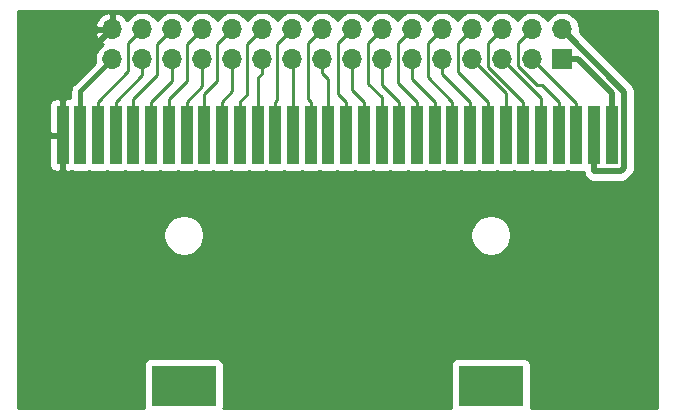
<source format=gtl>
%TF.GenerationSoftware,KiCad,Pcbnew,(5.1.10-1-10_14)*%
%TF.CreationDate,2023-03-19T04:05:07+08:00*%
%TF.ProjectId,GB_MemoryBackup_Subboard_A,47425f4d-656d-46f7-9279-4261636b7570,1.0*%
%TF.SameCoordinates,Original*%
%TF.FileFunction,Copper,L1,Top*%
%TF.FilePolarity,Positive*%
%FSLAX46Y46*%
G04 Gerber Fmt 4.6, Leading zero omitted, Abs format (unit mm)*
G04 Created by KiCad (PCBNEW (5.1.10-1-10_14)) date 2023-03-19 04:05:07*
%MOMM*%
%LPD*%
G01*
G04 APERTURE LIST*
%TA.AperFunction,ComponentPad*%
%ADD10O,1.700000X1.700000*%
%TD*%
%TA.AperFunction,ComponentPad*%
%ADD11R,1.700000X1.700000*%
%TD*%
%TA.AperFunction,SMDPad,CuDef*%
%ADD12R,5.500000X3.500000*%
%TD*%
%TA.AperFunction,SMDPad,CuDef*%
%ADD13R,1.000000X5.000000*%
%TD*%
%TA.AperFunction,Conductor*%
%ADD14C,0.500000*%
%TD*%
%TA.AperFunction,Conductor*%
%ADD15C,0.400000*%
%TD*%
%TA.AperFunction,Conductor*%
%ADD16C,0.250000*%
%TD*%
%TA.AperFunction,Conductor*%
%ADD17C,0.254000*%
%TD*%
%TA.AperFunction,Conductor*%
%ADD18C,0.100000*%
%TD*%
G04 APERTURE END LIST*
D10*
%TO.P,J1,32*%
%TO.N,GND*%
X150430000Y-83890000D03*
%TO.P,J1,31*%
%TO.N,/AAudioIn*%
X150430000Y-86430000D03*
%TO.P,J1,30*%
%TO.N,/~ARST*%
X152970000Y-83890000D03*
%TO.P,J1,29*%
%TO.N,/AD7*%
X152970000Y-86430000D03*
%TO.P,J1,28*%
%TO.N,/AD6*%
X155510000Y-83890000D03*
%TO.P,J1,27*%
%TO.N,/AD5*%
X155510000Y-86430000D03*
%TO.P,J1,26*%
%TO.N,/AD4*%
X158050000Y-83890000D03*
%TO.P,J1,25*%
%TO.N,/AD3*%
X158050000Y-86430000D03*
%TO.P,J1,24*%
%TO.N,/AD2*%
X160590000Y-83890000D03*
%TO.P,J1,23*%
%TO.N,/AD1*%
X160590000Y-86430000D03*
%TO.P,J1,22*%
%TO.N,/AD0*%
X163130000Y-83890000D03*
%TO.P,J1,21*%
%TO.N,/AA15_T*%
X163130000Y-86430000D03*
%TO.P,J1,20*%
%TO.N,/AA14*%
X165670000Y-83890000D03*
%TO.P,J1,19*%
%TO.N,/AA13*%
X165670000Y-86430000D03*
%TO.P,J1,18*%
%TO.N,/AA12*%
X168210000Y-83890000D03*
%TO.P,J1,17*%
%TO.N,/AA11*%
X168210000Y-86430000D03*
%TO.P,J1,16*%
%TO.N,/AA10*%
X170750000Y-83890000D03*
%TO.P,J1,15*%
%TO.N,/AA9*%
X170750000Y-86430000D03*
%TO.P,J1,14*%
%TO.N,/AA8*%
X173290000Y-83890000D03*
%TO.P,J1,13*%
%TO.N,/AA7*%
X173290000Y-86430000D03*
%TO.P,J1,12*%
%TO.N,/AA6*%
X175830000Y-83890000D03*
%TO.P,J1,11*%
%TO.N,/AA5*%
X175830000Y-86430000D03*
%TO.P,J1,10*%
%TO.N,/AA4*%
X178370000Y-83890000D03*
%TO.P,J1,9*%
%TO.N,/AA3*%
X178370000Y-86430000D03*
%TO.P,J1,8*%
%TO.N,/AA2*%
X180910000Y-83890000D03*
%TO.P,J1,7*%
%TO.N,/AA1*%
X180910000Y-86430000D03*
%TO.P,J1,6*%
%TO.N,/AA0*%
X183450000Y-83890000D03*
%TO.P,J1,5*%
%TO.N,/~ASRAM_CS*%
X183450000Y-86430000D03*
%TO.P,J1,4*%
%TO.N,/~ARD_T*%
X185990000Y-83890000D03*
%TO.P,J1,3*%
%TO.N,/~AWR_T*%
X185990000Y-86430000D03*
%TO.P,J1,2*%
%TO.N,/ACLK*%
X188530000Y-83890000D03*
D11*
%TO.P,J1,1*%
%TO.N,+5V*%
X188530000Y-86430000D03*
%TD*%
D12*
%TO.P,J2,SHIELD_4*%
%TO.N,N/C*%
X156480000Y-114090000D03*
%TO.P,J2,SHIELD_3*%
X182480000Y-114090000D03*
D13*
%TO.P,J2,32*%
%TO.N,GND*%
X146230000Y-92840000D03*
%TO.P,J2,31*%
%TO.N,/AAudioIn*%
X147730000Y-92840000D03*
%TO.P,J2,30*%
%TO.N,/~ARST*%
X149230000Y-92840000D03*
%TO.P,J2,29*%
%TO.N,/AD7*%
X150730000Y-92840000D03*
%TO.P,J2,28*%
%TO.N,/AD6*%
X152230000Y-92840000D03*
%TO.P,J2,27*%
%TO.N,/AD5*%
X153730000Y-92840000D03*
%TO.P,J2,26*%
%TO.N,/AD4*%
X155230000Y-92840000D03*
%TO.P,J2,25*%
%TO.N,/AD3*%
X156730000Y-92840000D03*
%TO.P,J2,24*%
%TO.N,/AD2*%
X158230000Y-92840000D03*
%TO.P,J2,23*%
%TO.N,/AD1*%
X159730000Y-92840000D03*
%TO.P,J2,22*%
%TO.N,/AD0*%
X161230000Y-92840000D03*
%TO.P,J2,21*%
%TO.N,/AA15_T*%
X162730000Y-92840000D03*
%TO.P,J2,20*%
%TO.N,/AA14*%
X164230000Y-92840000D03*
%TO.P,J2,19*%
%TO.N,/AA13*%
X165730000Y-92840000D03*
%TO.P,J2,18*%
%TO.N,/AA12*%
X167230000Y-92840000D03*
%TO.P,J2,17*%
%TO.N,/AA11*%
X168730000Y-92840000D03*
%TO.P,J2,16*%
%TO.N,/AA10*%
X170230000Y-92840000D03*
%TO.P,J2,15*%
%TO.N,/AA9*%
X171730000Y-92840000D03*
%TO.P,J2,14*%
%TO.N,/AA8*%
X173230000Y-92840000D03*
%TO.P,J2,13*%
%TO.N,/AA7*%
X174730000Y-92840000D03*
%TO.P,J2,12*%
%TO.N,/AA6*%
X176230000Y-92840000D03*
%TO.P,J2,11*%
%TO.N,/AA5*%
X177730000Y-92840000D03*
%TO.P,J2,10*%
%TO.N,/AA4*%
X179230000Y-92840000D03*
%TO.P,J2,9*%
%TO.N,/AA3*%
X180730000Y-92840000D03*
%TO.P,J2,8*%
%TO.N,/AA2*%
X182230000Y-92840000D03*
%TO.P,J2,7*%
%TO.N,/AA1*%
X183730000Y-92840000D03*
%TO.P,J2,6*%
%TO.N,/AA0*%
X185230000Y-92840000D03*
%TO.P,J2,5*%
%TO.N,/~ASRAM_CS*%
X186730000Y-92840000D03*
%TO.P,J2,4*%
%TO.N,/~ARD_T*%
X188230000Y-92840000D03*
%TO.P,J2,3*%
%TO.N,/~AWR_T*%
X189730000Y-92840000D03*
%TO.P,J2,2*%
%TO.N,/ACLK*%
X191230000Y-92840000D03*
%TO.P,J2,1*%
%TO.N,+5V*%
X192730000Y-92840000D03*
%TD*%
D14*
%TO.N,+5V*%
X192730000Y-89280000D02*
X192730000Y-92840000D01*
X189880000Y-86430000D02*
X192730000Y-89280000D01*
X188530000Y-86430000D02*
X189880000Y-86430000D01*
%TO.N,GND*%
X146230000Y-92840000D02*
X146230000Y-88090000D01*
X146230000Y-88090000D02*
X150430000Y-83890000D01*
D15*
%TO.N,/AAudioIn*%
X147730000Y-89130000D02*
X147730000Y-92840000D01*
X150430000Y-86430000D02*
X147730000Y-89130000D01*
D16*
%TO.N,/~ARST*%
X151784800Y-85075200D02*
X152970000Y-83890000D01*
X151784800Y-87460100D02*
X151784800Y-85075200D01*
X149230000Y-90014900D02*
X151784800Y-87460100D01*
X149230000Y-92840000D02*
X149230000Y-90014900D01*
%TO.N,/AD7*%
X150730000Y-92840000D02*
X150730000Y-90014900D01*
X150730000Y-90014900D02*
X152970000Y-87774900D01*
X152970000Y-87774900D02*
X152970000Y-86430000D01*
%TO.N,/AD6*%
X154240000Y-85160000D02*
X155510000Y-83890000D01*
X154240000Y-87755400D02*
X154240000Y-85160000D01*
X152230000Y-89765400D02*
X154240000Y-87755400D01*
X152230000Y-92840000D02*
X152230000Y-89765400D01*
%TO.N,/AD5*%
X153730000Y-92840000D02*
X153730000Y-90014900D01*
X153730000Y-90014900D02*
X155510000Y-88234900D01*
X155510000Y-88234900D02*
X155510000Y-86430000D01*
%TO.N,/AD4*%
X156780000Y-88238400D02*
X156780000Y-85160000D01*
X156780000Y-85160000D02*
X158050000Y-83890000D01*
X155230000Y-89788400D02*
X156780000Y-88238400D01*
X155230000Y-92840000D02*
X155230000Y-89788400D01*
%TO.N,/AD3*%
X156730000Y-92840000D02*
X156730000Y-90014900D01*
X156730000Y-90014900D02*
X158050000Y-88694900D01*
X158050000Y-88694900D02*
X158050000Y-86430000D01*
%TO.N,/AD2*%
X159320000Y-85160000D02*
X160590000Y-83890000D01*
X159320000Y-88238400D02*
X159320000Y-85160000D01*
X158230000Y-89328400D02*
X159320000Y-88238400D01*
X158230000Y-92840000D02*
X158230000Y-89328400D01*
%TO.N,/AD1*%
X159730000Y-92840000D02*
X159730000Y-90014900D01*
X159730000Y-90014900D02*
X160590000Y-89154900D01*
X160590000Y-89154900D02*
X160590000Y-86430000D01*
%TO.N,/AD0*%
X161860000Y-89384900D02*
X161860000Y-85160000D01*
X161860000Y-85160000D02*
X163130000Y-83890000D01*
X161230000Y-90014900D02*
X161860000Y-89384900D01*
X161230000Y-92840000D02*
X161230000Y-90014900D01*
%TO.N,/AA14*%
X164400000Y-85160000D02*
X165670000Y-83890000D01*
X164400000Y-89844900D02*
X164400000Y-85160000D01*
X164230000Y-90014900D02*
X164400000Y-89844900D01*
X164230000Y-92840000D02*
X164230000Y-90014900D01*
%TO.N,/AA13*%
X165730000Y-86490000D02*
X165670000Y-86430000D01*
X165730000Y-92840000D02*
X165730000Y-86490000D01*
%TO.N,/AA12*%
X167012500Y-89797400D02*
X167012500Y-85087500D01*
X167012500Y-85087500D02*
X168210000Y-83890000D01*
X167230000Y-90014900D02*
X167012500Y-89797400D01*
X167230000Y-92840000D02*
X167230000Y-90014900D01*
%TO.N,/AA11*%
X168210000Y-86430000D02*
X168210000Y-87605100D01*
X168730000Y-92840000D02*
X168730000Y-88125100D01*
X168730000Y-88125100D02*
X168210000Y-87605100D01*
%TO.N,/AA10*%
X169573700Y-85066300D02*
X170750000Y-83890000D01*
X169573700Y-89358600D02*
X169573700Y-85066300D01*
X170230000Y-90014900D02*
X169573700Y-89358600D01*
X170230000Y-92840000D02*
X170230000Y-90014900D01*
%TO.N,/AA9*%
X171730000Y-92840000D02*
X171730000Y-90014900D01*
X171730000Y-90014900D02*
X170750000Y-89034900D01*
X170750000Y-89034900D02*
X170750000Y-86430000D01*
%TO.N,/AA8*%
X172095600Y-85084400D02*
X173290000Y-83890000D01*
X172095600Y-88513800D02*
X172095600Y-85084400D01*
X173230000Y-89648200D02*
X172095600Y-88513800D01*
X173230000Y-92840000D02*
X173230000Y-89648200D01*
%TO.N,/AA7*%
X174730000Y-92840000D02*
X174730000Y-90014900D01*
X174730000Y-90014900D02*
X173290000Y-88574900D01*
X173290000Y-88574900D02*
X173290000Y-86430000D01*
%TO.N,/AA6*%
X174639400Y-85080600D02*
X175830000Y-83890000D01*
X176230000Y-90014900D02*
X174639400Y-88424300D01*
X174639400Y-88424300D02*
X174639400Y-85080600D01*
X176230000Y-92840000D02*
X176230000Y-90014900D01*
%TO.N,/AA5*%
X177730000Y-92840000D02*
X177730000Y-90014900D01*
X177730000Y-90014900D02*
X175830000Y-88114900D01*
X175830000Y-88114900D02*
X175830000Y-86430000D01*
%TO.N,/AA4*%
X177179400Y-85080600D02*
X178370000Y-83890000D01*
X177179400Y-87964300D02*
X177179400Y-85080600D01*
X179230000Y-90014900D02*
X177179400Y-87964300D01*
X179230000Y-92840000D02*
X179230000Y-90014900D01*
%TO.N,/AA3*%
X180730000Y-92840000D02*
X180730000Y-90014900D01*
X180730000Y-90014900D02*
X178370000Y-87654900D01*
X178370000Y-87654900D02*
X178370000Y-86430000D01*
%TO.N,/AA2*%
X179719400Y-87504300D02*
X179719400Y-85080600D01*
X182230000Y-90014900D02*
X179719400Y-87504300D01*
X179719400Y-85080600D02*
X180910000Y-83890000D01*
X182230000Y-92840000D02*
X182230000Y-90014900D01*
%TO.N,/AA1*%
X183730000Y-89250000D02*
X180910000Y-86430000D01*
X183730000Y-92840000D02*
X183730000Y-89250000D01*
%TO.N,/AA0*%
X182259400Y-85080600D02*
X183450000Y-83890000D01*
X185230000Y-90014900D02*
X182259400Y-87044300D01*
X182259400Y-87044300D02*
X182259400Y-85080600D01*
X185230000Y-92840000D02*
X185230000Y-90014900D01*
%TO.N,/~ASRAM_CS*%
X183450000Y-86430000D02*
X186730000Y-89710000D01*
X186730000Y-89710000D02*
X186730000Y-92840000D01*
D14*
%TO.N,/ACLK*%
X191230000Y-92840000D02*
X191230000Y-95910100D01*
X191230000Y-95910100D02*
X193490500Y-95910100D01*
X193490500Y-95910100D02*
X193801800Y-95598800D01*
X193801800Y-95598800D02*
X193801800Y-89161800D01*
X193801800Y-89161800D02*
X188530000Y-83890000D01*
D16*
%TO.N,/AA15_T*%
X162730000Y-88005100D02*
X163130000Y-87605100D01*
X163130000Y-86430000D02*
X163130000Y-87605100D01*
X162730000Y-92840000D02*
X162730000Y-88005100D01*
%TO.N,/~ARD_T*%
X184799400Y-85080600D02*
X185990000Y-83890000D01*
X184799400Y-86996900D02*
X184799400Y-85080600D01*
X188230000Y-92840000D02*
X188230000Y-90014900D01*
X186396250Y-88593750D02*
X186808850Y-88593750D01*
X186808850Y-88593750D02*
X188230000Y-90014900D01*
X186396250Y-88593750D02*
X184799400Y-86996900D01*
%TO.N,/~AWR_T*%
X189730000Y-90170000D02*
X189730000Y-92840000D01*
X185990000Y-86430000D02*
X189730000Y-90170000D01*
%TD*%
D17*
%TO.N,GND*%
X196545001Y-115995000D02*
X185846554Y-115995000D01*
X185855812Y-115964482D01*
X185868072Y-115840000D01*
X185868072Y-112340000D01*
X185855812Y-112215518D01*
X185819502Y-112095820D01*
X185760537Y-111985506D01*
X185681185Y-111888815D01*
X185584494Y-111809463D01*
X185474180Y-111750498D01*
X185354482Y-111714188D01*
X185230000Y-111701928D01*
X179730000Y-111701928D01*
X179605518Y-111714188D01*
X179485820Y-111750498D01*
X179375506Y-111809463D01*
X179278815Y-111888815D01*
X179199463Y-111985506D01*
X179140498Y-112095820D01*
X179104188Y-112215518D01*
X179091928Y-112340000D01*
X179091928Y-115840000D01*
X179104188Y-115964482D01*
X179113446Y-115995000D01*
X159846554Y-115995000D01*
X159855812Y-115964482D01*
X159868072Y-115840000D01*
X159868072Y-112340000D01*
X159855812Y-112215518D01*
X159819502Y-112095820D01*
X159760537Y-111985506D01*
X159681185Y-111888815D01*
X159584494Y-111809463D01*
X159474180Y-111750498D01*
X159354482Y-111714188D01*
X159230000Y-111701928D01*
X153730000Y-111701928D01*
X153605518Y-111714188D01*
X153485820Y-111750498D01*
X153375506Y-111809463D01*
X153278815Y-111888815D01*
X153199463Y-111985506D01*
X153140498Y-112095820D01*
X153104188Y-112215518D01*
X153091928Y-112340000D01*
X153091928Y-115840000D01*
X153104188Y-115964482D01*
X153113446Y-115995000D01*
X142415000Y-115995000D01*
X142415000Y-101169117D01*
X154745000Y-101169117D01*
X154745000Y-101510883D01*
X154811675Y-101846081D01*
X154942463Y-102161831D01*
X155132337Y-102445998D01*
X155374002Y-102687663D01*
X155658169Y-102877537D01*
X155973919Y-103008325D01*
X156309117Y-103075000D01*
X156650883Y-103075000D01*
X156986081Y-103008325D01*
X157301831Y-102877537D01*
X157585998Y-102687663D01*
X157827663Y-102445998D01*
X158017537Y-102161831D01*
X158148325Y-101846081D01*
X158215000Y-101510883D01*
X158215000Y-101169117D01*
X180745000Y-101169117D01*
X180745000Y-101510883D01*
X180811675Y-101846081D01*
X180942463Y-102161831D01*
X181132337Y-102445998D01*
X181374002Y-102687663D01*
X181658169Y-102877537D01*
X181973919Y-103008325D01*
X182309117Y-103075000D01*
X182650883Y-103075000D01*
X182986081Y-103008325D01*
X183301831Y-102877537D01*
X183585998Y-102687663D01*
X183827663Y-102445998D01*
X184017537Y-102161831D01*
X184148325Y-101846081D01*
X184215000Y-101510883D01*
X184215000Y-101169117D01*
X184148325Y-100833919D01*
X184017537Y-100518169D01*
X183827663Y-100234002D01*
X183585998Y-99992337D01*
X183301831Y-99802463D01*
X182986081Y-99671675D01*
X182650883Y-99605000D01*
X182309117Y-99605000D01*
X181973919Y-99671675D01*
X181658169Y-99802463D01*
X181374002Y-99992337D01*
X181132337Y-100234002D01*
X180942463Y-100518169D01*
X180811675Y-100833919D01*
X180745000Y-101169117D01*
X158215000Y-101169117D01*
X158148325Y-100833919D01*
X158017537Y-100518169D01*
X157827663Y-100234002D01*
X157585998Y-99992337D01*
X157301831Y-99802463D01*
X156986081Y-99671675D01*
X156650883Y-99605000D01*
X156309117Y-99605000D01*
X155973919Y-99671675D01*
X155658169Y-99802463D01*
X155374002Y-99992337D01*
X155132337Y-100234002D01*
X154942463Y-100518169D01*
X154811675Y-100833919D01*
X154745000Y-101169117D01*
X142415000Y-101169117D01*
X142415000Y-95340000D01*
X145091928Y-95340000D01*
X145104188Y-95464482D01*
X145140498Y-95584180D01*
X145199463Y-95694494D01*
X145278815Y-95791185D01*
X145375506Y-95870537D01*
X145485820Y-95929502D01*
X145605518Y-95965812D01*
X145730000Y-95978072D01*
X145944250Y-95975000D01*
X146103000Y-95816250D01*
X146103000Y-92967000D01*
X145253750Y-92967000D01*
X145095000Y-93125750D01*
X145091928Y-95340000D01*
X142415000Y-95340000D01*
X142415000Y-90340000D01*
X145091928Y-90340000D01*
X145095000Y-92554250D01*
X145253750Y-92713000D01*
X146103000Y-92713000D01*
X146103000Y-89863750D01*
X146357000Y-89863750D01*
X146357000Y-92713000D01*
X146377000Y-92713000D01*
X146377000Y-92967000D01*
X146357000Y-92967000D01*
X146357000Y-95816250D01*
X146515750Y-95975000D01*
X146730000Y-95978072D01*
X146854482Y-95965812D01*
X146974180Y-95929502D01*
X146980000Y-95926391D01*
X146985820Y-95929502D01*
X147105518Y-95965812D01*
X147230000Y-95978072D01*
X148230000Y-95978072D01*
X148354482Y-95965812D01*
X148474180Y-95929502D01*
X148480000Y-95926391D01*
X148485820Y-95929502D01*
X148605518Y-95965812D01*
X148730000Y-95978072D01*
X149730000Y-95978072D01*
X149854482Y-95965812D01*
X149974180Y-95929502D01*
X149980000Y-95926391D01*
X149985820Y-95929502D01*
X150105518Y-95965812D01*
X150230000Y-95978072D01*
X151230000Y-95978072D01*
X151354482Y-95965812D01*
X151474180Y-95929502D01*
X151480000Y-95926391D01*
X151485820Y-95929502D01*
X151605518Y-95965812D01*
X151730000Y-95978072D01*
X152730000Y-95978072D01*
X152854482Y-95965812D01*
X152974180Y-95929502D01*
X152980000Y-95926391D01*
X152985820Y-95929502D01*
X153105518Y-95965812D01*
X153230000Y-95978072D01*
X154230000Y-95978072D01*
X154354482Y-95965812D01*
X154474180Y-95929502D01*
X154480000Y-95926391D01*
X154485820Y-95929502D01*
X154605518Y-95965812D01*
X154730000Y-95978072D01*
X155730000Y-95978072D01*
X155854482Y-95965812D01*
X155974180Y-95929502D01*
X155980000Y-95926391D01*
X155985820Y-95929502D01*
X156105518Y-95965812D01*
X156230000Y-95978072D01*
X157230000Y-95978072D01*
X157354482Y-95965812D01*
X157474180Y-95929502D01*
X157480000Y-95926391D01*
X157485820Y-95929502D01*
X157605518Y-95965812D01*
X157730000Y-95978072D01*
X158730000Y-95978072D01*
X158854482Y-95965812D01*
X158974180Y-95929502D01*
X158980000Y-95926391D01*
X158985820Y-95929502D01*
X159105518Y-95965812D01*
X159230000Y-95978072D01*
X160230000Y-95978072D01*
X160354482Y-95965812D01*
X160474180Y-95929502D01*
X160480000Y-95926391D01*
X160485820Y-95929502D01*
X160605518Y-95965812D01*
X160730000Y-95978072D01*
X161730000Y-95978072D01*
X161854482Y-95965812D01*
X161974180Y-95929502D01*
X161980000Y-95926391D01*
X161985820Y-95929502D01*
X162105518Y-95965812D01*
X162230000Y-95978072D01*
X163230000Y-95978072D01*
X163354482Y-95965812D01*
X163474180Y-95929502D01*
X163480000Y-95926391D01*
X163485820Y-95929502D01*
X163605518Y-95965812D01*
X163730000Y-95978072D01*
X164730000Y-95978072D01*
X164854482Y-95965812D01*
X164974180Y-95929502D01*
X164980000Y-95926391D01*
X164985820Y-95929502D01*
X165105518Y-95965812D01*
X165230000Y-95978072D01*
X166230000Y-95978072D01*
X166354482Y-95965812D01*
X166474180Y-95929502D01*
X166480000Y-95926391D01*
X166485820Y-95929502D01*
X166605518Y-95965812D01*
X166730000Y-95978072D01*
X167730000Y-95978072D01*
X167854482Y-95965812D01*
X167974180Y-95929502D01*
X167980000Y-95926391D01*
X167985820Y-95929502D01*
X168105518Y-95965812D01*
X168230000Y-95978072D01*
X169230000Y-95978072D01*
X169354482Y-95965812D01*
X169474180Y-95929502D01*
X169480000Y-95926391D01*
X169485820Y-95929502D01*
X169605518Y-95965812D01*
X169730000Y-95978072D01*
X170730000Y-95978072D01*
X170854482Y-95965812D01*
X170974180Y-95929502D01*
X170980000Y-95926391D01*
X170985820Y-95929502D01*
X171105518Y-95965812D01*
X171230000Y-95978072D01*
X172230000Y-95978072D01*
X172354482Y-95965812D01*
X172474180Y-95929502D01*
X172480000Y-95926391D01*
X172485820Y-95929502D01*
X172605518Y-95965812D01*
X172730000Y-95978072D01*
X173730000Y-95978072D01*
X173854482Y-95965812D01*
X173974180Y-95929502D01*
X173980000Y-95926391D01*
X173985820Y-95929502D01*
X174105518Y-95965812D01*
X174230000Y-95978072D01*
X175230000Y-95978072D01*
X175354482Y-95965812D01*
X175474180Y-95929502D01*
X175480000Y-95926391D01*
X175485820Y-95929502D01*
X175605518Y-95965812D01*
X175730000Y-95978072D01*
X176730000Y-95978072D01*
X176854482Y-95965812D01*
X176974180Y-95929502D01*
X176980000Y-95926391D01*
X176985820Y-95929502D01*
X177105518Y-95965812D01*
X177230000Y-95978072D01*
X178230000Y-95978072D01*
X178354482Y-95965812D01*
X178474180Y-95929502D01*
X178480000Y-95926391D01*
X178485820Y-95929502D01*
X178605518Y-95965812D01*
X178730000Y-95978072D01*
X179730000Y-95978072D01*
X179854482Y-95965812D01*
X179974180Y-95929502D01*
X179980000Y-95926391D01*
X179985820Y-95929502D01*
X180105518Y-95965812D01*
X180230000Y-95978072D01*
X181230000Y-95978072D01*
X181354482Y-95965812D01*
X181474180Y-95929502D01*
X181480000Y-95926391D01*
X181485820Y-95929502D01*
X181605518Y-95965812D01*
X181730000Y-95978072D01*
X182730000Y-95978072D01*
X182854482Y-95965812D01*
X182974180Y-95929502D01*
X182980000Y-95926391D01*
X182985820Y-95929502D01*
X183105518Y-95965812D01*
X183230000Y-95978072D01*
X184230000Y-95978072D01*
X184354482Y-95965812D01*
X184474180Y-95929502D01*
X184480000Y-95926391D01*
X184485820Y-95929502D01*
X184605518Y-95965812D01*
X184730000Y-95978072D01*
X185730000Y-95978072D01*
X185854482Y-95965812D01*
X185974180Y-95929502D01*
X185980000Y-95926391D01*
X185985820Y-95929502D01*
X186105518Y-95965812D01*
X186230000Y-95978072D01*
X187230000Y-95978072D01*
X187354482Y-95965812D01*
X187474180Y-95929502D01*
X187480000Y-95926391D01*
X187485820Y-95929502D01*
X187605518Y-95965812D01*
X187730000Y-95978072D01*
X188730000Y-95978072D01*
X188854482Y-95965812D01*
X188974180Y-95929502D01*
X188980000Y-95926391D01*
X188985820Y-95929502D01*
X189105518Y-95965812D01*
X189230000Y-95978072D01*
X190230000Y-95978072D01*
X190346285Y-95966619D01*
X190357805Y-96083590D01*
X190408411Y-96250413D01*
X190490589Y-96404159D01*
X190601183Y-96538917D01*
X190735941Y-96649511D01*
X190889687Y-96731689D01*
X191056510Y-96782295D01*
X191186523Y-96795100D01*
X191186524Y-96795100D01*
X191230000Y-96799382D01*
X191273477Y-96795100D01*
X193447031Y-96795100D01*
X193490500Y-96799381D01*
X193533969Y-96795100D01*
X193533977Y-96795100D01*
X193663990Y-96782295D01*
X193830813Y-96731689D01*
X193984559Y-96649511D01*
X194119317Y-96538917D01*
X194147034Y-96505144D01*
X194396845Y-96255333D01*
X194430617Y-96227617D01*
X194541211Y-96092859D01*
X194623389Y-95939113D01*
X194673995Y-95772290D01*
X194686800Y-95642277D01*
X194686800Y-95642269D01*
X194691081Y-95598800D01*
X194686800Y-95555331D01*
X194686800Y-89205266D01*
X194691081Y-89161799D01*
X194686800Y-89118333D01*
X194686800Y-89118323D01*
X194673995Y-88988310D01*
X194623389Y-88821487D01*
X194541211Y-88667741D01*
X194497844Y-88614899D01*
X194458332Y-88566753D01*
X194458330Y-88566751D01*
X194430617Y-88532983D01*
X194396849Y-88505270D01*
X190000539Y-84108961D01*
X190015000Y-84036260D01*
X190015000Y-83743740D01*
X189957932Y-83456842D01*
X189845990Y-83186589D01*
X189683475Y-82943368D01*
X189476632Y-82736525D01*
X189233411Y-82574010D01*
X188963158Y-82462068D01*
X188676260Y-82405000D01*
X188383740Y-82405000D01*
X188096842Y-82462068D01*
X187826589Y-82574010D01*
X187583368Y-82736525D01*
X187376525Y-82943368D01*
X187260000Y-83117760D01*
X187143475Y-82943368D01*
X186936632Y-82736525D01*
X186693411Y-82574010D01*
X186423158Y-82462068D01*
X186136260Y-82405000D01*
X185843740Y-82405000D01*
X185556842Y-82462068D01*
X185286589Y-82574010D01*
X185043368Y-82736525D01*
X184836525Y-82943368D01*
X184720000Y-83117760D01*
X184603475Y-82943368D01*
X184396632Y-82736525D01*
X184153411Y-82574010D01*
X183883158Y-82462068D01*
X183596260Y-82405000D01*
X183303740Y-82405000D01*
X183016842Y-82462068D01*
X182746589Y-82574010D01*
X182503368Y-82736525D01*
X182296525Y-82943368D01*
X182180000Y-83117760D01*
X182063475Y-82943368D01*
X181856632Y-82736525D01*
X181613411Y-82574010D01*
X181343158Y-82462068D01*
X181056260Y-82405000D01*
X180763740Y-82405000D01*
X180476842Y-82462068D01*
X180206589Y-82574010D01*
X179963368Y-82736525D01*
X179756525Y-82943368D01*
X179640000Y-83117760D01*
X179523475Y-82943368D01*
X179316632Y-82736525D01*
X179073411Y-82574010D01*
X178803158Y-82462068D01*
X178516260Y-82405000D01*
X178223740Y-82405000D01*
X177936842Y-82462068D01*
X177666589Y-82574010D01*
X177423368Y-82736525D01*
X177216525Y-82943368D01*
X177100000Y-83117760D01*
X176983475Y-82943368D01*
X176776632Y-82736525D01*
X176533411Y-82574010D01*
X176263158Y-82462068D01*
X175976260Y-82405000D01*
X175683740Y-82405000D01*
X175396842Y-82462068D01*
X175126589Y-82574010D01*
X174883368Y-82736525D01*
X174676525Y-82943368D01*
X174560000Y-83117760D01*
X174443475Y-82943368D01*
X174236632Y-82736525D01*
X173993411Y-82574010D01*
X173723158Y-82462068D01*
X173436260Y-82405000D01*
X173143740Y-82405000D01*
X172856842Y-82462068D01*
X172586589Y-82574010D01*
X172343368Y-82736525D01*
X172136525Y-82943368D01*
X172020000Y-83117760D01*
X171903475Y-82943368D01*
X171696632Y-82736525D01*
X171453411Y-82574010D01*
X171183158Y-82462068D01*
X170896260Y-82405000D01*
X170603740Y-82405000D01*
X170316842Y-82462068D01*
X170046589Y-82574010D01*
X169803368Y-82736525D01*
X169596525Y-82943368D01*
X169480000Y-83117760D01*
X169363475Y-82943368D01*
X169156632Y-82736525D01*
X168913411Y-82574010D01*
X168643158Y-82462068D01*
X168356260Y-82405000D01*
X168063740Y-82405000D01*
X167776842Y-82462068D01*
X167506589Y-82574010D01*
X167263368Y-82736525D01*
X167056525Y-82943368D01*
X166940000Y-83117760D01*
X166823475Y-82943368D01*
X166616632Y-82736525D01*
X166373411Y-82574010D01*
X166103158Y-82462068D01*
X165816260Y-82405000D01*
X165523740Y-82405000D01*
X165236842Y-82462068D01*
X164966589Y-82574010D01*
X164723368Y-82736525D01*
X164516525Y-82943368D01*
X164400000Y-83117760D01*
X164283475Y-82943368D01*
X164076632Y-82736525D01*
X163833411Y-82574010D01*
X163563158Y-82462068D01*
X163276260Y-82405000D01*
X162983740Y-82405000D01*
X162696842Y-82462068D01*
X162426589Y-82574010D01*
X162183368Y-82736525D01*
X161976525Y-82943368D01*
X161860000Y-83117760D01*
X161743475Y-82943368D01*
X161536632Y-82736525D01*
X161293411Y-82574010D01*
X161023158Y-82462068D01*
X160736260Y-82405000D01*
X160443740Y-82405000D01*
X160156842Y-82462068D01*
X159886589Y-82574010D01*
X159643368Y-82736525D01*
X159436525Y-82943368D01*
X159320000Y-83117760D01*
X159203475Y-82943368D01*
X158996632Y-82736525D01*
X158753411Y-82574010D01*
X158483158Y-82462068D01*
X158196260Y-82405000D01*
X157903740Y-82405000D01*
X157616842Y-82462068D01*
X157346589Y-82574010D01*
X157103368Y-82736525D01*
X156896525Y-82943368D01*
X156780000Y-83117760D01*
X156663475Y-82943368D01*
X156456632Y-82736525D01*
X156213411Y-82574010D01*
X155943158Y-82462068D01*
X155656260Y-82405000D01*
X155363740Y-82405000D01*
X155076842Y-82462068D01*
X154806589Y-82574010D01*
X154563368Y-82736525D01*
X154356525Y-82943368D01*
X154240000Y-83117760D01*
X154123475Y-82943368D01*
X153916632Y-82736525D01*
X153673411Y-82574010D01*
X153403158Y-82462068D01*
X153116260Y-82405000D01*
X152823740Y-82405000D01*
X152536842Y-82462068D01*
X152266589Y-82574010D01*
X152023368Y-82736525D01*
X151816525Y-82943368D01*
X151694805Y-83125534D01*
X151625178Y-83008645D01*
X151430269Y-82792412D01*
X151196920Y-82618359D01*
X150934099Y-82493175D01*
X150786890Y-82448524D01*
X150557000Y-82569845D01*
X150557000Y-83763000D01*
X150577000Y-83763000D01*
X150577000Y-84017000D01*
X150557000Y-84017000D01*
X150557000Y-84037000D01*
X150303000Y-84037000D01*
X150303000Y-84017000D01*
X149109186Y-84017000D01*
X148988519Y-84246891D01*
X149085843Y-84521252D01*
X149234822Y-84771355D01*
X149429731Y-84987588D01*
X149659406Y-85158900D01*
X149483368Y-85276525D01*
X149276525Y-85483368D01*
X149114010Y-85726589D01*
X149002068Y-85996842D01*
X148945000Y-86283740D01*
X148945000Y-86576260D01*
X148971193Y-86707939D01*
X147168579Y-88510554D01*
X147136709Y-88536709D01*
X147042764Y-88651183D01*
X147032364Y-88663855D01*
X146954828Y-88808914D01*
X146907082Y-88966312D01*
X146890960Y-89130000D01*
X146895000Y-89171019D01*
X146895000Y-89726479D01*
X146854482Y-89714188D01*
X146730000Y-89701928D01*
X146515750Y-89705000D01*
X146357000Y-89863750D01*
X146103000Y-89863750D01*
X145944250Y-89705000D01*
X145730000Y-89701928D01*
X145605518Y-89714188D01*
X145485820Y-89750498D01*
X145375506Y-89809463D01*
X145278815Y-89888815D01*
X145199463Y-89985506D01*
X145140498Y-90095820D01*
X145104188Y-90215518D01*
X145091928Y-90340000D01*
X142415000Y-90340000D01*
X142415000Y-83533109D01*
X148988519Y-83533109D01*
X149109186Y-83763000D01*
X150303000Y-83763000D01*
X150303000Y-82569845D01*
X150073110Y-82448524D01*
X149925901Y-82493175D01*
X149663080Y-82618359D01*
X149429731Y-82792412D01*
X149234822Y-83008645D01*
X149085843Y-83258748D01*
X148988519Y-83533109D01*
X142415000Y-83533109D01*
X142415000Y-82365000D01*
X196545000Y-82365000D01*
X196545001Y-115995000D01*
%TA.AperFunction,Conductor*%
D18*
G36*
X196545001Y-115995000D02*
G01*
X185846554Y-115995000D01*
X185855812Y-115964482D01*
X185868072Y-115840000D01*
X185868072Y-112340000D01*
X185855812Y-112215518D01*
X185819502Y-112095820D01*
X185760537Y-111985506D01*
X185681185Y-111888815D01*
X185584494Y-111809463D01*
X185474180Y-111750498D01*
X185354482Y-111714188D01*
X185230000Y-111701928D01*
X179730000Y-111701928D01*
X179605518Y-111714188D01*
X179485820Y-111750498D01*
X179375506Y-111809463D01*
X179278815Y-111888815D01*
X179199463Y-111985506D01*
X179140498Y-112095820D01*
X179104188Y-112215518D01*
X179091928Y-112340000D01*
X179091928Y-115840000D01*
X179104188Y-115964482D01*
X179113446Y-115995000D01*
X159846554Y-115995000D01*
X159855812Y-115964482D01*
X159868072Y-115840000D01*
X159868072Y-112340000D01*
X159855812Y-112215518D01*
X159819502Y-112095820D01*
X159760537Y-111985506D01*
X159681185Y-111888815D01*
X159584494Y-111809463D01*
X159474180Y-111750498D01*
X159354482Y-111714188D01*
X159230000Y-111701928D01*
X153730000Y-111701928D01*
X153605518Y-111714188D01*
X153485820Y-111750498D01*
X153375506Y-111809463D01*
X153278815Y-111888815D01*
X153199463Y-111985506D01*
X153140498Y-112095820D01*
X153104188Y-112215518D01*
X153091928Y-112340000D01*
X153091928Y-115840000D01*
X153104188Y-115964482D01*
X153113446Y-115995000D01*
X142415000Y-115995000D01*
X142415000Y-101169117D01*
X154745000Y-101169117D01*
X154745000Y-101510883D01*
X154811675Y-101846081D01*
X154942463Y-102161831D01*
X155132337Y-102445998D01*
X155374002Y-102687663D01*
X155658169Y-102877537D01*
X155973919Y-103008325D01*
X156309117Y-103075000D01*
X156650883Y-103075000D01*
X156986081Y-103008325D01*
X157301831Y-102877537D01*
X157585998Y-102687663D01*
X157827663Y-102445998D01*
X158017537Y-102161831D01*
X158148325Y-101846081D01*
X158215000Y-101510883D01*
X158215000Y-101169117D01*
X180745000Y-101169117D01*
X180745000Y-101510883D01*
X180811675Y-101846081D01*
X180942463Y-102161831D01*
X181132337Y-102445998D01*
X181374002Y-102687663D01*
X181658169Y-102877537D01*
X181973919Y-103008325D01*
X182309117Y-103075000D01*
X182650883Y-103075000D01*
X182986081Y-103008325D01*
X183301831Y-102877537D01*
X183585998Y-102687663D01*
X183827663Y-102445998D01*
X184017537Y-102161831D01*
X184148325Y-101846081D01*
X184215000Y-101510883D01*
X184215000Y-101169117D01*
X184148325Y-100833919D01*
X184017537Y-100518169D01*
X183827663Y-100234002D01*
X183585998Y-99992337D01*
X183301831Y-99802463D01*
X182986081Y-99671675D01*
X182650883Y-99605000D01*
X182309117Y-99605000D01*
X181973919Y-99671675D01*
X181658169Y-99802463D01*
X181374002Y-99992337D01*
X181132337Y-100234002D01*
X180942463Y-100518169D01*
X180811675Y-100833919D01*
X180745000Y-101169117D01*
X158215000Y-101169117D01*
X158148325Y-100833919D01*
X158017537Y-100518169D01*
X157827663Y-100234002D01*
X157585998Y-99992337D01*
X157301831Y-99802463D01*
X156986081Y-99671675D01*
X156650883Y-99605000D01*
X156309117Y-99605000D01*
X155973919Y-99671675D01*
X155658169Y-99802463D01*
X155374002Y-99992337D01*
X155132337Y-100234002D01*
X154942463Y-100518169D01*
X154811675Y-100833919D01*
X154745000Y-101169117D01*
X142415000Y-101169117D01*
X142415000Y-95340000D01*
X145091928Y-95340000D01*
X145104188Y-95464482D01*
X145140498Y-95584180D01*
X145199463Y-95694494D01*
X145278815Y-95791185D01*
X145375506Y-95870537D01*
X145485820Y-95929502D01*
X145605518Y-95965812D01*
X145730000Y-95978072D01*
X145944250Y-95975000D01*
X146103000Y-95816250D01*
X146103000Y-92967000D01*
X145253750Y-92967000D01*
X145095000Y-93125750D01*
X145091928Y-95340000D01*
X142415000Y-95340000D01*
X142415000Y-90340000D01*
X145091928Y-90340000D01*
X145095000Y-92554250D01*
X145253750Y-92713000D01*
X146103000Y-92713000D01*
X146103000Y-89863750D01*
X146357000Y-89863750D01*
X146357000Y-92713000D01*
X146377000Y-92713000D01*
X146377000Y-92967000D01*
X146357000Y-92967000D01*
X146357000Y-95816250D01*
X146515750Y-95975000D01*
X146730000Y-95978072D01*
X146854482Y-95965812D01*
X146974180Y-95929502D01*
X146980000Y-95926391D01*
X146985820Y-95929502D01*
X147105518Y-95965812D01*
X147230000Y-95978072D01*
X148230000Y-95978072D01*
X148354482Y-95965812D01*
X148474180Y-95929502D01*
X148480000Y-95926391D01*
X148485820Y-95929502D01*
X148605518Y-95965812D01*
X148730000Y-95978072D01*
X149730000Y-95978072D01*
X149854482Y-95965812D01*
X149974180Y-95929502D01*
X149980000Y-95926391D01*
X149985820Y-95929502D01*
X150105518Y-95965812D01*
X150230000Y-95978072D01*
X151230000Y-95978072D01*
X151354482Y-95965812D01*
X151474180Y-95929502D01*
X151480000Y-95926391D01*
X151485820Y-95929502D01*
X151605518Y-95965812D01*
X151730000Y-95978072D01*
X152730000Y-95978072D01*
X152854482Y-95965812D01*
X152974180Y-95929502D01*
X152980000Y-95926391D01*
X152985820Y-95929502D01*
X153105518Y-95965812D01*
X153230000Y-95978072D01*
X154230000Y-95978072D01*
X154354482Y-95965812D01*
X154474180Y-95929502D01*
X154480000Y-95926391D01*
X154485820Y-95929502D01*
X154605518Y-95965812D01*
X154730000Y-95978072D01*
X155730000Y-95978072D01*
X155854482Y-95965812D01*
X155974180Y-95929502D01*
X155980000Y-95926391D01*
X155985820Y-95929502D01*
X156105518Y-95965812D01*
X156230000Y-95978072D01*
X157230000Y-95978072D01*
X157354482Y-95965812D01*
X157474180Y-95929502D01*
X157480000Y-95926391D01*
X157485820Y-95929502D01*
X157605518Y-95965812D01*
X157730000Y-95978072D01*
X158730000Y-95978072D01*
X158854482Y-95965812D01*
X158974180Y-95929502D01*
X158980000Y-95926391D01*
X158985820Y-95929502D01*
X159105518Y-95965812D01*
X159230000Y-95978072D01*
X160230000Y-95978072D01*
X160354482Y-95965812D01*
X160474180Y-95929502D01*
X160480000Y-95926391D01*
X160485820Y-95929502D01*
X160605518Y-95965812D01*
X160730000Y-95978072D01*
X161730000Y-95978072D01*
X161854482Y-95965812D01*
X161974180Y-95929502D01*
X161980000Y-95926391D01*
X161985820Y-95929502D01*
X162105518Y-95965812D01*
X162230000Y-95978072D01*
X163230000Y-95978072D01*
X163354482Y-95965812D01*
X163474180Y-95929502D01*
X163480000Y-95926391D01*
X163485820Y-95929502D01*
X163605518Y-95965812D01*
X163730000Y-95978072D01*
X164730000Y-95978072D01*
X164854482Y-95965812D01*
X164974180Y-95929502D01*
X164980000Y-95926391D01*
X164985820Y-95929502D01*
X165105518Y-95965812D01*
X165230000Y-95978072D01*
X166230000Y-95978072D01*
X166354482Y-95965812D01*
X166474180Y-95929502D01*
X166480000Y-95926391D01*
X166485820Y-95929502D01*
X166605518Y-95965812D01*
X166730000Y-95978072D01*
X167730000Y-95978072D01*
X167854482Y-95965812D01*
X167974180Y-95929502D01*
X167980000Y-95926391D01*
X167985820Y-95929502D01*
X168105518Y-95965812D01*
X168230000Y-95978072D01*
X169230000Y-95978072D01*
X169354482Y-95965812D01*
X169474180Y-95929502D01*
X169480000Y-95926391D01*
X169485820Y-95929502D01*
X169605518Y-95965812D01*
X169730000Y-95978072D01*
X170730000Y-95978072D01*
X170854482Y-95965812D01*
X170974180Y-95929502D01*
X170980000Y-95926391D01*
X170985820Y-95929502D01*
X171105518Y-95965812D01*
X171230000Y-95978072D01*
X172230000Y-95978072D01*
X172354482Y-95965812D01*
X172474180Y-95929502D01*
X172480000Y-95926391D01*
X172485820Y-95929502D01*
X172605518Y-95965812D01*
X172730000Y-95978072D01*
X173730000Y-95978072D01*
X173854482Y-95965812D01*
X173974180Y-95929502D01*
X173980000Y-95926391D01*
X173985820Y-95929502D01*
X174105518Y-95965812D01*
X174230000Y-95978072D01*
X175230000Y-95978072D01*
X175354482Y-95965812D01*
X175474180Y-95929502D01*
X175480000Y-95926391D01*
X175485820Y-95929502D01*
X175605518Y-95965812D01*
X175730000Y-95978072D01*
X176730000Y-95978072D01*
X176854482Y-95965812D01*
X176974180Y-95929502D01*
X176980000Y-95926391D01*
X176985820Y-95929502D01*
X177105518Y-95965812D01*
X177230000Y-95978072D01*
X178230000Y-95978072D01*
X178354482Y-95965812D01*
X178474180Y-95929502D01*
X178480000Y-95926391D01*
X178485820Y-95929502D01*
X178605518Y-95965812D01*
X178730000Y-95978072D01*
X179730000Y-95978072D01*
X179854482Y-95965812D01*
X179974180Y-95929502D01*
X179980000Y-95926391D01*
X179985820Y-95929502D01*
X180105518Y-95965812D01*
X180230000Y-95978072D01*
X181230000Y-95978072D01*
X181354482Y-95965812D01*
X181474180Y-95929502D01*
X181480000Y-95926391D01*
X181485820Y-95929502D01*
X181605518Y-95965812D01*
X181730000Y-95978072D01*
X182730000Y-95978072D01*
X182854482Y-95965812D01*
X182974180Y-95929502D01*
X182980000Y-95926391D01*
X182985820Y-95929502D01*
X183105518Y-95965812D01*
X183230000Y-95978072D01*
X184230000Y-95978072D01*
X184354482Y-95965812D01*
X184474180Y-95929502D01*
X184480000Y-95926391D01*
X184485820Y-95929502D01*
X184605518Y-95965812D01*
X184730000Y-95978072D01*
X185730000Y-95978072D01*
X185854482Y-95965812D01*
X185974180Y-95929502D01*
X185980000Y-95926391D01*
X185985820Y-95929502D01*
X186105518Y-95965812D01*
X186230000Y-95978072D01*
X187230000Y-95978072D01*
X187354482Y-95965812D01*
X187474180Y-95929502D01*
X187480000Y-95926391D01*
X187485820Y-95929502D01*
X187605518Y-95965812D01*
X187730000Y-95978072D01*
X188730000Y-95978072D01*
X188854482Y-95965812D01*
X188974180Y-95929502D01*
X188980000Y-95926391D01*
X188985820Y-95929502D01*
X189105518Y-95965812D01*
X189230000Y-95978072D01*
X190230000Y-95978072D01*
X190346285Y-95966619D01*
X190357805Y-96083590D01*
X190408411Y-96250413D01*
X190490589Y-96404159D01*
X190601183Y-96538917D01*
X190735941Y-96649511D01*
X190889687Y-96731689D01*
X191056510Y-96782295D01*
X191186523Y-96795100D01*
X191186524Y-96795100D01*
X191230000Y-96799382D01*
X191273477Y-96795100D01*
X193447031Y-96795100D01*
X193490500Y-96799381D01*
X193533969Y-96795100D01*
X193533977Y-96795100D01*
X193663990Y-96782295D01*
X193830813Y-96731689D01*
X193984559Y-96649511D01*
X194119317Y-96538917D01*
X194147034Y-96505144D01*
X194396845Y-96255333D01*
X194430617Y-96227617D01*
X194541211Y-96092859D01*
X194623389Y-95939113D01*
X194673995Y-95772290D01*
X194686800Y-95642277D01*
X194686800Y-95642269D01*
X194691081Y-95598800D01*
X194686800Y-95555331D01*
X194686800Y-89205266D01*
X194691081Y-89161799D01*
X194686800Y-89118333D01*
X194686800Y-89118323D01*
X194673995Y-88988310D01*
X194623389Y-88821487D01*
X194541211Y-88667741D01*
X194497844Y-88614899D01*
X194458332Y-88566753D01*
X194458330Y-88566751D01*
X194430617Y-88532983D01*
X194396849Y-88505270D01*
X190000539Y-84108961D01*
X190015000Y-84036260D01*
X190015000Y-83743740D01*
X189957932Y-83456842D01*
X189845990Y-83186589D01*
X189683475Y-82943368D01*
X189476632Y-82736525D01*
X189233411Y-82574010D01*
X188963158Y-82462068D01*
X188676260Y-82405000D01*
X188383740Y-82405000D01*
X188096842Y-82462068D01*
X187826589Y-82574010D01*
X187583368Y-82736525D01*
X187376525Y-82943368D01*
X187260000Y-83117760D01*
X187143475Y-82943368D01*
X186936632Y-82736525D01*
X186693411Y-82574010D01*
X186423158Y-82462068D01*
X186136260Y-82405000D01*
X185843740Y-82405000D01*
X185556842Y-82462068D01*
X185286589Y-82574010D01*
X185043368Y-82736525D01*
X184836525Y-82943368D01*
X184720000Y-83117760D01*
X184603475Y-82943368D01*
X184396632Y-82736525D01*
X184153411Y-82574010D01*
X183883158Y-82462068D01*
X183596260Y-82405000D01*
X183303740Y-82405000D01*
X183016842Y-82462068D01*
X182746589Y-82574010D01*
X182503368Y-82736525D01*
X182296525Y-82943368D01*
X182180000Y-83117760D01*
X182063475Y-82943368D01*
X181856632Y-82736525D01*
X181613411Y-82574010D01*
X181343158Y-82462068D01*
X181056260Y-82405000D01*
X180763740Y-82405000D01*
X180476842Y-82462068D01*
X180206589Y-82574010D01*
X179963368Y-82736525D01*
X179756525Y-82943368D01*
X179640000Y-83117760D01*
X179523475Y-82943368D01*
X179316632Y-82736525D01*
X179073411Y-82574010D01*
X178803158Y-82462068D01*
X178516260Y-82405000D01*
X178223740Y-82405000D01*
X177936842Y-82462068D01*
X177666589Y-82574010D01*
X177423368Y-82736525D01*
X177216525Y-82943368D01*
X177100000Y-83117760D01*
X176983475Y-82943368D01*
X176776632Y-82736525D01*
X176533411Y-82574010D01*
X176263158Y-82462068D01*
X175976260Y-82405000D01*
X175683740Y-82405000D01*
X175396842Y-82462068D01*
X175126589Y-82574010D01*
X174883368Y-82736525D01*
X174676525Y-82943368D01*
X174560000Y-83117760D01*
X174443475Y-82943368D01*
X174236632Y-82736525D01*
X173993411Y-82574010D01*
X173723158Y-82462068D01*
X173436260Y-82405000D01*
X173143740Y-82405000D01*
X172856842Y-82462068D01*
X172586589Y-82574010D01*
X172343368Y-82736525D01*
X172136525Y-82943368D01*
X172020000Y-83117760D01*
X171903475Y-82943368D01*
X171696632Y-82736525D01*
X171453411Y-82574010D01*
X171183158Y-82462068D01*
X170896260Y-82405000D01*
X170603740Y-82405000D01*
X170316842Y-82462068D01*
X170046589Y-82574010D01*
X169803368Y-82736525D01*
X169596525Y-82943368D01*
X169480000Y-83117760D01*
X169363475Y-82943368D01*
X169156632Y-82736525D01*
X168913411Y-82574010D01*
X168643158Y-82462068D01*
X168356260Y-82405000D01*
X168063740Y-82405000D01*
X167776842Y-82462068D01*
X167506589Y-82574010D01*
X167263368Y-82736525D01*
X167056525Y-82943368D01*
X166940000Y-83117760D01*
X166823475Y-82943368D01*
X166616632Y-82736525D01*
X166373411Y-82574010D01*
X166103158Y-82462068D01*
X165816260Y-82405000D01*
X165523740Y-82405000D01*
X165236842Y-82462068D01*
X164966589Y-82574010D01*
X164723368Y-82736525D01*
X164516525Y-82943368D01*
X164400000Y-83117760D01*
X164283475Y-82943368D01*
X164076632Y-82736525D01*
X163833411Y-82574010D01*
X163563158Y-82462068D01*
X163276260Y-82405000D01*
X162983740Y-82405000D01*
X162696842Y-82462068D01*
X162426589Y-82574010D01*
X162183368Y-82736525D01*
X161976525Y-82943368D01*
X161860000Y-83117760D01*
X161743475Y-82943368D01*
X161536632Y-82736525D01*
X161293411Y-82574010D01*
X161023158Y-82462068D01*
X160736260Y-82405000D01*
X160443740Y-82405000D01*
X160156842Y-82462068D01*
X159886589Y-82574010D01*
X159643368Y-82736525D01*
X159436525Y-82943368D01*
X159320000Y-83117760D01*
X159203475Y-82943368D01*
X158996632Y-82736525D01*
X158753411Y-82574010D01*
X158483158Y-82462068D01*
X158196260Y-82405000D01*
X157903740Y-82405000D01*
X157616842Y-82462068D01*
X157346589Y-82574010D01*
X157103368Y-82736525D01*
X156896525Y-82943368D01*
X156780000Y-83117760D01*
X156663475Y-82943368D01*
X156456632Y-82736525D01*
X156213411Y-82574010D01*
X155943158Y-82462068D01*
X155656260Y-82405000D01*
X155363740Y-82405000D01*
X155076842Y-82462068D01*
X154806589Y-82574010D01*
X154563368Y-82736525D01*
X154356525Y-82943368D01*
X154240000Y-83117760D01*
X154123475Y-82943368D01*
X153916632Y-82736525D01*
X153673411Y-82574010D01*
X153403158Y-82462068D01*
X153116260Y-82405000D01*
X152823740Y-82405000D01*
X152536842Y-82462068D01*
X152266589Y-82574010D01*
X152023368Y-82736525D01*
X151816525Y-82943368D01*
X151694805Y-83125534D01*
X151625178Y-83008645D01*
X151430269Y-82792412D01*
X151196920Y-82618359D01*
X150934099Y-82493175D01*
X150786890Y-82448524D01*
X150557000Y-82569845D01*
X150557000Y-83763000D01*
X150577000Y-83763000D01*
X150577000Y-84017000D01*
X150557000Y-84017000D01*
X150557000Y-84037000D01*
X150303000Y-84037000D01*
X150303000Y-84017000D01*
X149109186Y-84017000D01*
X148988519Y-84246891D01*
X149085843Y-84521252D01*
X149234822Y-84771355D01*
X149429731Y-84987588D01*
X149659406Y-85158900D01*
X149483368Y-85276525D01*
X149276525Y-85483368D01*
X149114010Y-85726589D01*
X149002068Y-85996842D01*
X148945000Y-86283740D01*
X148945000Y-86576260D01*
X148971193Y-86707939D01*
X147168579Y-88510554D01*
X147136709Y-88536709D01*
X147042764Y-88651183D01*
X147032364Y-88663855D01*
X146954828Y-88808914D01*
X146907082Y-88966312D01*
X146890960Y-89130000D01*
X146895000Y-89171019D01*
X146895000Y-89726479D01*
X146854482Y-89714188D01*
X146730000Y-89701928D01*
X146515750Y-89705000D01*
X146357000Y-89863750D01*
X146103000Y-89863750D01*
X145944250Y-89705000D01*
X145730000Y-89701928D01*
X145605518Y-89714188D01*
X145485820Y-89750498D01*
X145375506Y-89809463D01*
X145278815Y-89888815D01*
X145199463Y-89985506D01*
X145140498Y-90095820D01*
X145104188Y-90215518D01*
X145091928Y-90340000D01*
X142415000Y-90340000D01*
X142415000Y-83533109D01*
X148988519Y-83533109D01*
X149109186Y-83763000D01*
X150303000Y-83763000D01*
X150303000Y-82569845D01*
X150073110Y-82448524D01*
X149925901Y-82493175D01*
X149663080Y-82618359D01*
X149429731Y-82792412D01*
X149234822Y-83008645D01*
X149085843Y-83258748D01*
X148988519Y-83533109D01*
X142415000Y-83533109D01*
X142415000Y-82365000D01*
X196545000Y-82365000D01*
X196545001Y-115995000D01*
G37*
%TD.AperFunction*%
%TD*%
M02*

</source>
